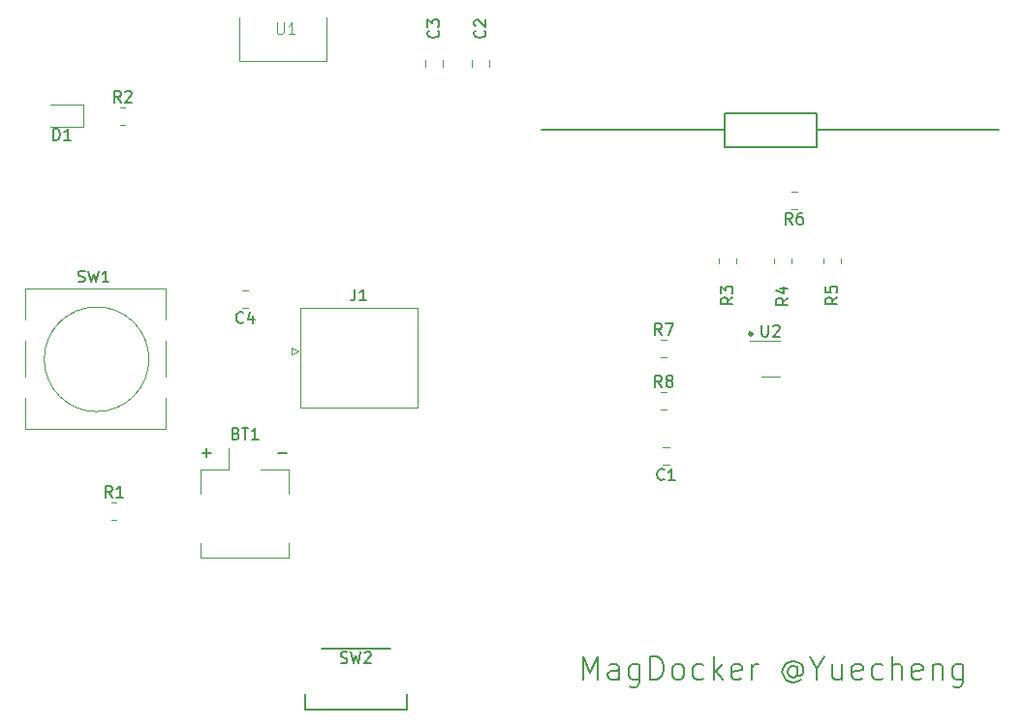
<source format=gbr>
%TF.GenerationSoftware,KiCad,Pcbnew,7.0.9*%
%TF.CreationDate,2024-02-04T13:50:24-08:00*%
%TF.ProjectId,Sensing Device,53656e73-696e-4672-9044-65766963652e,rev?*%
%TF.SameCoordinates,Original*%
%TF.FileFunction,Legend,Top*%
%TF.FilePolarity,Positive*%
%FSLAX46Y46*%
G04 Gerber Fmt 4.6, Leading zero omitted, Abs format (unit mm)*
G04 Created by KiCad (PCBNEW 7.0.9) date 2024-02-04 13:50:24*
%MOMM*%
%LPD*%
G01*
G04 APERTURE LIST*
%ADD10C,0.150000*%
%ADD11C,0.300000*%
%ADD12C,0.100000*%
%ADD13C,0.120000*%
%ADD14C,0.152400*%
G04 APERTURE END LIST*
D10*
X110000000Y-50000000D02*
X126000000Y-50000000D01*
D11*
X128370000Y-67818000D02*
G75*
G03*
X128370000Y-67818000I-100000J0D01*
G01*
D10*
X126000000Y-48500000D02*
X134000000Y-48500000D01*
X134000000Y-51500000D01*
X126000000Y-51500000D01*
X126000000Y-48500000D01*
X134000000Y-50000000D02*
X150000000Y-50000000D01*
X86950779Y-78228866D02*
X87712684Y-78228866D01*
X80346779Y-78228866D02*
X81108684Y-78228866D01*
X80727731Y-78609819D02*
X80727731Y-77847914D01*
X113604874Y-98045438D02*
X113604874Y-96045438D01*
X113604874Y-96045438D02*
X114271541Y-97474009D01*
X114271541Y-97474009D02*
X114938207Y-96045438D01*
X114938207Y-96045438D02*
X114938207Y-98045438D01*
X116747731Y-98045438D02*
X116747731Y-96997819D01*
X116747731Y-96997819D02*
X116652493Y-96807342D01*
X116652493Y-96807342D02*
X116462017Y-96712104D01*
X116462017Y-96712104D02*
X116081064Y-96712104D01*
X116081064Y-96712104D02*
X115890588Y-96807342D01*
X116747731Y-97950200D02*
X116557255Y-98045438D01*
X116557255Y-98045438D02*
X116081064Y-98045438D01*
X116081064Y-98045438D02*
X115890588Y-97950200D01*
X115890588Y-97950200D02*
X115795350Y-97759723D01*
X115795350Y-97759723D02*
X115795350Y-97569247D01*
X115795350Y-97569247D02*
X115890588Y-97378771D01*
X115890588Y-97378771D02*
X116081064Y-97283533D01*
X116081064Y-97283533D02*
X116557255Y-97283533D01*
X116557255Y-97283533D02*
X116747731Y-97188295D01*
X118557255Y-96712104D02*
X118557255Y-98331152D01*
X118557255Y-98331152D02*
X118462017Y-98521628D01*
X118462017Y-98521628D02*
X118366779Y-98616866D01*
X118366779Y-98616866D02*
X118176302Y-98712104D01*
X118176302Y-98712104D02*
X117890588Y-98712104D01*
X117890588Y-98712104D02*
X117700112Y-98616866D01*
X118557255Y-97950200D02*
X118366779Y-98045438D01*
X118366779Y-98045438D02*
X117985826Y-98045438D01*
X117985826Y-98045438D02*
X117795350Y-97950200D01*
X117795350Y-97950200D02*
X117700112Y-97854961D01*
X117700112Y-97854961D02*
X117604874Y-97664485D01*
X117604874Y-97664485D02*
X117604874Y-97093057D01*
X117604874Y-97093057D02*
X117700112Y-96902580D01*
X117700112Y-96902580D02*
X117795350Y-96807342D01*
X117795350Y-96807342D02*
X117985826Y-96712104D01*
X117985826Y-96712104D02*
X118366779Y-96712104D01*
X118366779Y-96712104D02*
X118557255Y-96807342D01*
X119509636Y-98045438D02*
X119509636Y-96045438D01*
X119509636Y-96045438D02*
X119985826Y-96045438D01*
X119985826Y-96045438D02*
X120271541Y-96140676D01*
X120271541Y-96140676D02*
X120462017Y-96331152D01*
X120462017Y-96331152D02*
X120557255Y-96521628D01*
X120557255Y-96521628D02*
X120652493Y-96902580D01*
X120652493Y-96902580D02*
X120652493Y-97188295D01*
X120652493Y-97188295D02*
X120557255Y-97569247D01*
X120557255Y-97569247D02*
X120462017Y-97759723D01*
X120462017Y-97759723D02*
X120271541Y-97950200D01*
X120271541Y-97950200D02*
X119985826Y-98045438D01*
X119985826Y-98045438D02*
X119509636Y-98045438D01*
X121795350Y-98045438D02*
X121604874Y-97950200D01*
X121604874Y-97950200D02*
X121509636Y-97854961D01*
X121509636Y-97854961D02*
X121414398Y-97664485D01*
X121414398Y-97664485D02*
X121414398Y-97093057D01*
X121414398Y-97093057D02*
X121509636Y-96902580D01*
X121509636Y-96902580D02*
X121604874Y-96807342D01*
X121604874Y-96807342D02*
X121795350Y-96712104D01*
X121795350Y-96712104D02*
X122081065Y-96712104D01*
X122081065Y-96712104D02*
X122271541Y-96807342D01*
X122271541Y-96807342D02*
X122366779Y-96902580D01*
X122366779Y-96902580D02*
X122462017Y-97093057D01*
X122462017Y-97093057D02*
X122462017Y-97664485D01*
X122462017Y-97664485D02*
X122366779Y-97854961D01*
X122366779Y-97854961D02*
X122271541Y-97950200D01*
X122271541Y-97950200D02*
X122081065Y-98045438D01*
X122081065Y-98045438D02*
X121795350Y-98045438D01*
X124176303Y-97950200D02*
X123985827Y-98045438D01*
X123985827Y-98045438D02*
X123604874Y-98045438D01*
X123604874Y-98045438D02*
X123414398Y-97950200D01*
X123414398Y-97950200D02*
X123319160Y-97854961D01*
X123319160Y-97854961D02*
X123223922Y-97664485D01*
X123223922Y-97664485D02*
X123223922Y-97093057D01*
X123223922Y-97093057D02*
X123319160Y-96902580D01*
X123319160Y-96902580D02*
X123414398Y-96807342D01*
X123414398Y-96807342D02*
X123604874Y-96712104D01*
X123604874Y-96712104D02*
X123985827Y-96712104D01*
X123985827Y-96712104D02*
X124176303Y-96807342D01*
X125033446Y-98045438D02*
X125033446Y-96045438D01*
X125223922Y-97283533D02*
X125795351Y-98045438D01*
X125795351Y-96712104D02*
X125033446Y-97474009D01*
X127414399Y-97950200D02*
X127223923Y-98045438D01*
X127223923Y-98045438D02*
X126842970Y-98045438D01*
X126842970Y-98045438D02*
X126652494Y-97950200D01*
X126652494Y-97950200D02*
X126557256Y-97759723D01*
X126557256Y-97759723D02*
X126557256Y-96997819D01*
X126557256Y-96997819D02*
X126652494Y-96807342D01*
X126652494Y-96807342D02*
X126842970Y-96712104D01*
X126842970Y-96712104D02*
X127223923Y-96712104D01*
X127223923Y-96712104D02*
X127414399Y-96807342D01*
X127414399Y-96807342D02*
X127509637Y-96997819D01*
X127509637Y-96997819D02*
X127509637Y-97188295D01*
X127509637Y-97188295D02*
X126557256Y-97378771D01*
X128366780Y-98045438D02*
X128366780Y-96712104D01*
X128366780Y-97093057D02*
X128462018Y-96902580D01*
X128462018Y-96902580D02*
X128557256Y-96807342D01*
X128557256Y-96807342D02*
X128747732Y-96712104D01*
X128747732Y-96712104D02*
X128938209Y-96712104D01*
X132366780Y-97093057D02*
X132271542Y-96997819D01*
X132271542Y-96997819D02*
X132081066Y-96902580D01*
X132081066Y-96902580D02*
X131890590Y-96902580D01*
X131890590Y-96902580D02*
X131700114Y-96997819D01*
X131700114Y-96997819D02*
X131604875Y-97093057D01*
X131604875Y-97093057D02*
X131509637Y-97283533D01*
X131509637Y-97283533D02*
X131509637Y-97474009D01*
X131509637Y-97474009D02*
X131604875Y-97664485D01*
X131604875Y-97664485D02*
X131700114Y-97759723D01*
X131700114Y-97759723D02*
X131890590Y-97854961D01*
X131890590Y-97854961D02*
X132081066Y-97854961D01*
X132081066Y-97854961D02*
X132271542Y-97759723D01*
X132271542Y-97759723D02*
X132366780Y-97664485D01*
X132366780Y-96902580D02*
X132366780Y-97664485D01*
X132366780Y-97664485D02*
X132462018Y-97759723D01*
X132462018Y-97759723D02*
X132557256Y-97759723D01*
X132557256Y-97759723D02*
X132747733Y-97664485D01*
X132747733Y-97664485D02*
X132842971Y-97474009D01*
X132842971Y-97474009D02*
X132842971Y-96997819D01*
X132842971Y-96997819D02*
X132652495Y-96712104D01*
X132652495Y-96712104D02*
X132366780Y-96521628D01*
X132366780Y-96521628D02*
X131985828Y-96426390D01*
X131985828Y-96426390D02*
X131604875Y-96521628D01*
X131604875Y-96521628D02*
X131319161Y-96712104D01*
X131319161Y-96712104D02*
X131128685Y-96997819D01*
X131128685Y-96997819D02*
X131033447Y-97378771D01*
X131033447Y-97378771D02*
X131128685Y-97759723D01*
X131128685Y-97759723D02*
X131319161Y-98045438D01*
X131319161Y-98045438D02*
X131604875Y-98235914D01*
X131604875Y-98235914D02*
X131985828Y-98331152D01*
X131985828Y-98331152D02*
X132366780Y-98235914D01*
X132366780Y-98235914D02*
X132652495Y-98045438D01*
X134081066Y-97093057D02*
X134081066Y-98045438D01*
X133414400Y-96045438D02*
X134081066Y-97093057D01*
X134081066Y-97093057D02*
X134747733Y-96045438D01*
X136271543Y-96712104D02*
X136271543Y-98045438D01*
X135414400Y-96712104D02*
X135414400Y-97759723D01*
X135414400Y-97759723D02*
X135509638Y-97950200D01*
X135509638Y-97950200D02*
X135700114Y-98045438D01*
X135700114Y-98045438D02*
X135985829Y-98045438D01*
X135985829Y-98045438D02*
X136176305Y-97950200D01*
X136176305Y-97950200D02*
X136271543Y-97854961D01*
X137985829Y-97950200D02*
X137795353Y-98045438D01*
X137795353Y-98045438D02*
X137414400Y-98045438D01*
X137414400Y-98045438D02*
X137223924Y-97950200D01*
X137223924Y-97950200D02*
X137128686Y-97759723D01*
X137128686Y-97759723D02*
X137128686Y-96997819D01*
X137128686Y-96997819D02*
X137223924Y-96807342D01*
X137223924Y-96807342D02*
X137414400Y-96712104D01*
X137414400Y-96712104D02*
X137795353Y-96712104D01*
X137795353Y-96712104D02*
X137985829Y-96807342D01*
X137985829Y-96807342D02*
X138081067Y-96997819D01*
X138081067Y-96997819D02*
X138081067Y-97188295D01*
X138081067Y-97188295D02*
X137128686Y-97378771D01*
X139795353Y-97950200D02*
X139604877Y-98045438D01*
X139604877Y-98045438D02*
X139223924Y-98045438D01*
X139223924Y-98045438D02*
X139033448Y-97950200D01*
X139033448Y-97950200D02*
X138938210Y-97854961D01*
X138938210Y-97854961D02*
X138842972Y-97664485D01*
X138842972Y-97664485D02*
X138842972Y-97093057D01*
X138842972Y-97093057D02*
X138938210Y-96902580D01*
X138938210Y-96902580D02*
X139033448Y-96807342D01*
X139033448Y-96807342D02*
X139223924Y-96712104D01*
X139223924Y-96712104D02*
X139604877Y-96712104D01*
X139604877Y-96712104D02*
X139795353Y-96807342D01*
X140652496Y-98045438D02*
X140652496Y-96045438D01*
X141509639Y-98045438D02*
X141509639Y-96997819D01*
X141509639Y-96997819D02*
X141414401Y-96807342D01*
X141414401Y-96807342D02*
X141223925Y-96712104D01*
X141223925Y-96712104D02*
X140938210Y-96712104D01*
X140938210Y-96712104D02*
X140747734Y-96807342D01*
X140747734Y-96807342D02*
X140652496Y-96902580D01*
X143223925Y-97950200D02*
X143033449Y-98045438D01*
X143033449Y-98045438D02*
X142652496Y-98045438D01*
X142652496Y-98045438D02*
X142462020Y-97950200D01*
X142462020Y-97950200D02*
X142366782Y-97759723D01*
X142366782Y-97759723D02*
X142366782Y-96997819D01*
X142366782Y-96997819D02*
X142462020Y-96807342D01*
X142462020Y-96807342D02*
X142652496Y-96712104D01*
X142652496Y-96712104D02*
X143033449Y-96712104D01*
X143033449Y-96712104D02*
X143223925Y-96807342D01*
X143223925Y-96807342D02*
X143319163Y-96997819D01*
X143319163Y-96997819D02*
X143319163Y-97188295D01*
X143319163Y-97188295D02*
X142366782Y-97378771D01*
X144176306Y-96712104D02*
X144176306Y-98045438D01*
X144176306Y-96902580D02*
X144271544Y-96807342D01*
X144271544Y-96807342D02*
X144462020Y-96712104D01*
X144462020Y-96712104D02*
X144747735Y-96712104D01*
X144747735Y-96712104D02*
X144938211Y-96807342D01*
X144938211Y-96807342D02*
X145033449Y-96997819D01*
X145033449Y-96997819D02*
X145033449Y-98045438D01*
X146842973Y-96712104D02*
X146842973Y-98331152D01*
X146842973Y-98331152D02*
X146747735Y-98521628D01*
X146747735Y-98521628D02*
X146652497Y-98616866D01*
X146652497Y-98616866D02*
X146462020Y-98712104D01*
X146462020Y-98712104D02*
X146176306Y-98712104D01*
X146176306Y-98712104D02*
X145985830Y-98616866D01*
X146842973Y-97950200D02*
X146652497Y-98045438D01*
X146652497Y-98045438D02*
X146271544Y-98045438D01*
X146271544Y-98045438D02*
X146081068Y-97950200D01*
X146081068Y-97950200D02*
X145985830Y-97854961D01*
X145985830Y-97854961D02*
X145890592Y-97664485D01*
X145890592Y-97664485D02*
X145890592Y-97093057D01*
X145890592Y-97093057D02*
X145985830Y-96902580D01*
X145985830Y-96902580D02*
X146081068Y-96807342D01*
X146081068Y-96807342D02*
X146271544Y-96712104D01*
X146271544Y-96712104D02*
X146652497Y-96712104D01*
X146652497Y-96712104D02*
X146842973Y-96807342D01*
D12*
X86868095Y-40605419D02*
X86868095Y-41414942D01*
X86868095Y-41414942D02*
X86915714Y-41510180D01*
X86915714Y-41510180D02*
X86963333Y-41557800D01*
X86963333Y-41557800D02*
X87058571Y-41605419D01*
X87058571Y-41605419D02*
X87249047Y-41605419D01*
X87249047Y-41605419D02*
X87344285Y-41557800D01*
X87344285Y-41557800D02*
X87391904Y-41510180D01*
X87391904Y-41510180D02*
X87439523Y-41414942D01*
X87439523Y-41414942D02*
X87439523Y-40605419D01*
X88439523Y-41605419D02*
X87868095Y-41605419D01*
X88153809Y-41605419D02*
X88153809Y-40605419D01*
X88153809Y-40605419D02*
X88058571Y-40748276D01*
X88058571Y-40748276D02*
X87963333Y-40843514D01*
X87963333Y-40843514D02*
X87868095Y-40891133D01*
D10*
X93686666Y-63896819D02*
X93686666Y-64611104D01*
X93686666Y-64611104D02*
X93639047Y-64753961D01*
X93639047Y-64753961D02*
X93543809Y-64849200D01*
X93543809Y-64849200D02*
X93400952Y-64896819D01*
X93400952Y-64896819D02*
X93305714Y-64896819D01*
X94686666Y-64896819D02*
X94115238Y-64896819D01*
X94400952Y-64896819D02*
X94400952Y-63896819D01*
X94400952Y-63896819D02*
X94305714Y-64039676D01*
X94305714Y-64039676D02*
X94210476Y-64134914D01*
X94210476Y-64134914D02*
X94115238Y-64182533D01*
X129238095Y-67054819D02*
X129238095Y-67864342D01*
X129238095Y-67864342D02*
X129285714Y-67959580D01*
X129285714Y-67959580D02*
X129333333Y-68007200D01*
X129333333Y-68007200D02*
X129428571Y-68054819D01*
X129428571Y-68054819D02*
X129619047Y-68054819D01*
X129619047Y-68054819D02*
X129714285Y-68007200D01*
X129714285Y-68007200D02*
X129761904Y-67959580D01*
X129761904Y-67959580D02*
X129809523Y-67864342D01*
X129809523Y-67864342D02*
X129809523Y-67054819D01*
X130238095Y-67150057D02*
X130285714Y-67102438D01*
X130285714Y-67102438D02*
X130380952Y-67054819D01*
X130380952Y-67054819D02*
X130619047Y-67054819D01*
X130619047Y-67054819D02*
X130714285Y-67102438D01*
X130714285Y-67102438D02*
X130761904Y-67150057D01*
X130761904Y-67150057D02*
X130809523Y-67245295D01*
X130809523Y-67245295D02*
X130809523Y-67340533D01*
X130809523Y-67340533D02*
X130761904Y-67483390D01*
X130761904Y-67483390D02*
X130190476Y-68054819D01*
X130190476Y-68054819D02*
X130809523Y-68054819D01*
X69506667Y-63247200D02*
X69649524Y-63294819D01*
X69649524Y-63294819D02*
X69887619Y-63294819D01*
X69887619Y-63294819D02*
X69982857Y-63247200D01*
X69982857Y-63247200D02*
X70030476Y-63199580D01*
X70030476Y-63199580D02*
X70078095Y-63104342D01*
X70078095Y-63104342D02*
X70078095Y-63009104D01*
X70078095Y-63009104D02*
X70030476Y-62913866D01*
X70030476Y-62913866D02*
X69982857Y-62866247D01*
X69982857Y-62866247D02*
X69887619Y-62818628D01*
X69887619Y-62818628D02*
X69697143Y-62771009D01*
X69697143Y-62771009D02*
X69601905Y-62723390D01*
X69601905Y-62723390D02*
X69554286Y-62675771D01*
X69554286Y-62675771D02*
X69506667Y-62580533D01*
X69506667Y-62580533D02*
X69506667Y-62485295D01*
X69506667Y-62485295D02*
X69554286Y-62390057D01*
X69554286Y-62390057D02*
X69601905Y-62342438D01*
X69601905Y-62342438D02*
X69697143Y-62294819D01*
X69697143Y-62294819D02*
X69935238Y-62294819D01*
X69935238Y-62294819D02*
X70078095Y-62342438D01*
X70411429Y-62294819D02*
X70649524Y-63294819D01*
X70649524Y-63294819D02*
X70840000Y-62580533D01*
X70840000Y-62580533D02*
X71030476Y-63294819D01*
X71030476Y-63294819D02*
X71268572Y-62294819D01*
X72173333Y-63294819D02*
X71601905Y-63294819D01*
X71887619Y-63294819D02*
X71887619Y-62294819D01*
X71887619Y-62294819D02*
X71792381Y-62437676D01*
X71792381Y-62437676D02*
X71697143Y-62532914D01*
X71697143Y-62532914D02*
X71601905Y-62580533D01*
X83928833Y-66809580D02*
X83881214Y-66857200D01*
X83881214Y-66857200D02*
X83738357Y-66904819D01*
X83738357Y-66904819D02*
X83643119Y-66904819D01*
X83643119Y-66904819D02*
X83500262Y-66857200D01*
X83500262Y-66857200D02*
X83405024Y-66761961D01*
X83405024Y-66761961D02*
X83357405Y-66666723D01*
X83357405Y-66666723D02*
X83309786Y-66476247D01*
X83309786Y-66476247D02*
X83309786Y-66333390D01*
X83309786Y-66333390D02*
X83357405Y-66142914D01*
X83357405Y-66142914D02*
X83405024Y-66047676D01*
X83405024Y-66047676D02*
X83500262Y-65952438D01*
X83500262Y-65952438D02*
X83643119Y-65904819D01*
X83643119Y-65904819D02*
X83738357Y-65904819D01*
X83738357Y-65904819D02*
X83881214Y-65952438D01*
X83881214Y-65952438D02*
X83928833Y-66000057D01*
X84785976Y-66238152D02*
X84785976Y-66904819D01*
X84547881Y-65857200D02*
X84309786Y-66571485D01*
X84309786Y-66571485D02*
X84928833Y-66571485D01*
X120499333Y-67892819D02*
X120166000Y-67416628D01*
X119927905Y-67892819D02*
X119927905Y-66892819D01*
X119927905Y-66892819D02*
X120308857Y-66892819D01*
X120308857Y-66892819D02*
X120404095Y-66940438D01*
X120404095Y-66940438D02*
X120451714Y-66988057D01*
X120451714Y-66988057D02*
X120499333Y-67083295D01*
X120499333Y-67083295D02*
X120499333Y-67226152D01*
X120499333Y-67226152D02*
X120451714Y-67321390D01*
X120451714Y-67321390D02*
X120404095Y-67369009D01*
X120404095Y-67369009D02*
X120308857Y-67416628D01*
X120308857Y-67416628D02*
X119927905Y-67416628D01*
X120832667Y-66892819D02*
X121499333Y-66892819D01*
X121499333Y-66892819D02*
X121070762Y-67892819D01*
X135836819Y-64614066D02*
X135360628Y-64947399D01*
X135836819Y-65185494D02*
X134836819Y-65185494D01*
X134836819Y-65185494D02*
X134836819Y-64804542D01*
X134836819Y-64804542D02*
X134884438Y-64709304D01*
X134884438Y-64709304D02*
X134932057Y-64661685D01*
X134932057Y-64661685D02*
X135027295Y-64614066D01*
X135027295Y-64614066D02*
X135170152Y-64614066D01*
X135170152Y-64614066D02*
X135265390Y-64661685D01*
X135265390Y-64661685D02*
X135313009Y-64709304D01*
X135313009Y-64709304D02*
X135360628Y-64804542D01*
X135360628Y-64804542D02*
X135360628Y-65185494D01*
X134836819Y-63709304D02*
X134836819Y-64185494D01*
X134836819Y-64185494D02*
X135313009Y-64233113D01*
X135313009Y-64233113D02*
X135265390Y-64185494D01*
X135265390Y-64185494D02*
X135217771Y-64090256D01*
X135217771Y-64090256D02*
X135217771Y-63852161D01*
X135217771Y-63852161D02*
X135265390Y-63756923D01*
X135265390Y-63756923D02*
X135313009Y-63709304D01*
X135313009Y-63709304D02*
X135408247Y-63661685D01*
X135408247Y-63661685D02*
X135646342Y-63661685D01*
X135646342Y-63661685D02*
X135741580Y-63709304D01*
X135741580Y-63709304D02*
X135789200Y-63756923D01*
X135789200Y-63756923D02*
X135836819Y-63852161D01*
X135836819Y-63852161D02*
X135836819Y-64090256D01*
X135836819Y-64090256D02*
X135789200Y-64185494D01*
X135789200Y-64185494D02*
X135741580Y-64233113D01*
X100943580Y-41293166D02*
X100991200Y-41340785D01*
X100991200Y-41340785D02*
X101038819Y-41483642D01*
X101038819Y-41483642D02*
X101038819Y-41578880D01*
X101038819Y-41578880D02*
X100991200Y-41721737D01*
X100991200Y-41721737D02*
X100895961Y-41816975D01*
X100895961Y-41816975D02*
X100800723Y-41864594D01*
X100800723Y-41864594D02*
X100610247Y-41912213D01*
X100610247Y-41912213D02*
X100467390Y-41912213D01*
X100467390Y-41912213D02*
X100276914Y-41864594D01*
X100276914Y-41864594D02*
X100181676Y-41816975D01*
X100181676Y-41816975D02*
X100086438Y-41721737D01*
X100086438Y-41721737D02*
X100038819Y-41578880D01*
X100038819Y-41578880D02*
X100038819Y-41483642D01*
X100038819Y-41483642D02*
X100086438Y-41340785D01*
X100086438Y-41340785D02*
X100134057Y-41293166D01*
X100038819Y-40959832D02*
X100038819Y-40340785D01*
X100038819Y-40340785D02*
X100419771Y-40674118D01*
X100419771Y-40674118D02*
X100419771Y-40531261D01*
X100419771Y-40531261D02*
X100467390Y-40436023D01*
X100467390Y-40436023D02*
X100515009Y-40388404D01*
X100515009Y-40388404D02*
X100610247Y-40340785D01*
X100610247Y-40340785D02*
X100848342Y-40340785D01*
X100848342Y-40340785D02*
X100943580Y-40388404D01*
X100943580Y-40388404D02*
X100991200Y-40436023D01*
X100991200Y-40436023D02*
X101038819Y-40531261D01*
X101038819Y-40531261D02*
X101038819Y-40816975D01*
X101038819Y-40816975D02*
X100991200Y-40912213D01*
X100991200Y-40912213D02*
X100943580Y-40959832D01*
X83288285Y-76531009D02*
X83431142Y-76578628D01*
X83431142Y-76578628D02*
X83478761Y-76626247D01*
X83478761Y-76626247D02*
X83526380Y-76721485D01*
X83526380Y-76721485D02*
X83526380Y-76864342D01*
X83526380Y-76864342D02*
X83478761Y-76959580D01*
X83478761Y-76959580D02*
X83431142Y-77007200D01*
X83431142Y-77007200D02*
X83335904Y-77054819D01*
X83335904Y-77054819D02*
X82954952Y-77054819D01*
X82954952Y-77054819D02*
X82954952Y-76054819D01*
X82954952Y-76054819D02*
X83288285Y-76054819D01*
X83288285Y-76054819D02*
X83383523Y-76102438D01*
X83383523Y-76102438D02*
X83431142Y-76150057D01*
X83431142Y-76150057D02*
X83478761Y-76245295D01*
X83478761Y-76245295D02*
X83478761Y-76340533D01*
X83478761Y-76340533D02*
X83431142Y-76435771D01*
X83431142Y-76435771D02*
X83383523Y-76483390D01*
X83383523Y-76483390D02*
X83288285Y-76531009D01*
X83288285Y-76531009D02*
X82954952Y-76531009D01*
X83812095Y-76054819D02*
X84383523Y-76054819D01*
X84097809Y-77054819D02*
X84097809Y-76054819D01*
X85240666Y-77054819D02*
X84669238Y-77054819D01*
X84954952Y-77054819D02*
X84954952Y-76054819D01*
X84954952Y-76054819D02*
X84859714Y-76197676D01*
X84859714Y-76197676D02*
X84764476Y-76292914D01*
X84764476Y-76292914D02*
X84669238Y-76340533D01*
X92430767Y-96584200D02*
X92573624Y-96631819D01*
X92573624Y-96631819D02*
X92811719Y-96631819D01*
X92811719Y-96631819D02*
X92906957Y-96584200D01*
X92906957Y-96584200D02*
X92954576Y-96536580D01*
X92954576Y-96536580D02*
X93002195Y-96441342D01*
X93002195Y-96441342D02*
X93002195Y-96346104D01*
X93002195Y-96346104D02*
X92954576Y-96250866D01*
X92954576Y-96250866D02*
X92906957Y-96203247D01*
X92906957Y-96203247D02*
X92811719Y-96155628D01*
X92811719Y-96155628D02*
X92621243Y-96108009D01*
X92621243Y-96108009D02*
X92526005Y-96060390D01*
X92526005Y-96060390D02*
X92478386Y-96012771D01*
X92478386Y-96012771D02*
X92430767Y-95917533D01*
X92430767Y-95917533D02*
X92430767Y-95822295D01*
X92430767Y-95822295D02*
X92478386Y-95727057D01*
X92478386Y-95727057D02*
X92526005Y-95679438D01*
X92526005Y-95679438D02*
X92621243Y-95631819D01*
X92621243Y-95631819D02*
X92859338Y-95631819D01*
X92859338Y-95631819D02*
X93002195Y-95679438D01*
X93335529Y-95631819D02*
X93573624Y-96631819D01*
X93573624Y-96631819D02*
X93764100Y-95917533D01*
X93764100Y-95917533D02*
X93954576Y-96631819D01*
X93954576Y-96631819D02*
X94192672Y-95631819D01*
X94526005Y-95727057D02*
X94573624Y-95679438D01*
X94573624Y-95679438D02*
X94668862Y-95631819D01*
X94668862Y-95631819D02*
X94906957Y-95631819D01*
X94906957Y-95631819D02*
X95002195Y-95679438D01*
X95002195Y-95679438D02*
X95049814Y-95727057D01*
X95049814Y-95727057D02*
X95097433Y-95822295D01*
X95097433Y-95822295D02*
X95097433Y-95917533D01*
X95097433Y-95917533D02*
X95049814Y-96060390D01*
X95049814Y-96060390D02*
X94478386Y-96631819D01*
X94478386Y-96631819D02*
X95097433Y-96631819D01*
X120499333Y-72464819D02*
X120166000Y-71988628D01*
X119927905Y-72464819D02*
X119927905Y-71464819D01*
X119927905Y-71464819D02*
X120308857Y-71464819D01*
X120308857Y-71464819D02*
X120404095Y-71512438D01*
X120404095Y-71512438D02*
X120451714Y-71560057D01*
X120451714Y-71560057D02*
X120499333Y-71655295D01*
X120499333Y-71655295D02*
X120499333Y-71798152D01*
X120499333Y-71798152D02*
X120451714Y-71893390D01*
X120451714Y-71893390D02*
X120404095Y-71941009D01*
X120404095Y-71941009D02*
X120308857Y-71988628D01*
X120308857Y-71988628D02*
X119927905Y-71988628D01*
X121070762Y-71893390D02*
X120975524Y-71845771D01*
X120975524Y-71845771D02*
X120927905Y-71798152D01*
X120927905Y-71798152D02*
X120880286Y-71702914D01*
X120880286Y-71702914D02*
X120880286Y-71655295D01*
X120880286Y-71655295D02*
X120927905Y-71560057D01*
X120927905Y-71560057D02*
X120975524Y-71512438D01*
X120975524Y-71512438D02*
X121070762Y-71464819D01*
X121070762Y-71464819D02*
X121261238Y-71464819D01*
X121261238Y-71464819D02*
X121356476Y-71512438D01*
X121356476Y-71512438D02*
X121404095Y-71560057D01*
X121404095Y-71560057D02*
X121451714Y-71655295D01*
X121451714Y-71655295D02*
X121451714Y-71702914D01*
X121451714Y-71702914D02*
X121404095Y-71798152D01*
X121404095Y-71798152D02*
X121356476Y-71845771D01*
X121356476Y-71845771D02*
X121261238Y-71893390D01*
X121261238Y-71893390D02*
X121070762Y-71893390D01*
X121070762Y-71893390D02*
X120975524Y-71941009D01*
X120975524Y-71941009D02*
X120927905Y-71988628D01*
X120927905Y-71988628D02*
X120880286Y-72083866D01*
X120880286Y-72083866D02*
X120880286Y-72274342D01*
X120880286Y-72274342D02*
X120927905Y-72369580D01*
X120927905Y-72369580D02*
X120975524Y-72417200D01*
X120975524Y-72417200D02*
X121070762Y-72464819D01*
X121070762Y-72464819D02*
X121261238Y-72464819D01*
X121261238Y-72464819D02*
X121356476Y-72417200D01*
X121356476Y-72417200D02*
X121404095Y-72369580D01*
X121404095Y-72369580D02*
X121451714Y-72274342D01*
X121451714Y-72274342D02*
X121451714Y-72083866D01*
X121451714Y-72083866D02*
X121404095Y-71988628D01*
X121404095Y-71988628D02*
X121356476Y-71941009D01*
X121356476Y-71941009D02*
X121261238Y-71893390D01*
X126692819Y-64630066D02*
X126216628Y-64963399D01*
X126692819Y-65201494D02*
X125692819Y-65201494D01*
X125692819Y-65201494D02*
X125692819Y-64820542D01*
X125692819Y-64820542D02*
X125740438Y-64725304D01*
X125740438Y-64725304D02*
X125788057Y-64677685D01*
X125788057Y-64677685D02*
X125883295Y-64630066D01*
X125883295Y-64630066D02*
X126026152Y-64630066D01*
X126026152Y-64630066D02*
X126121390Y-64677685D01*
X126121390Y-64677685D02*
X126169009Y-64725304D01*
X126169009Y-64725304D02*
X126216628Y-64820542D01*
X126216628Y-64820542D02*
X126216628Y-65201494D01*
X125692819Y-64296732D02*
X125692819Y-63677685D01*
X125692819Y-63677685D02*
X126073771Y-64011018D01*
X126073771Y-64011018D02*
X126073771Y-63868161D01*
X126073771Y-63868161D02*
X126121390Y-63772923D01*
X126121390Y-63772923D02*
X126169009Y-63725304D01*
X126169009Y-63725304D02*
X126264247Y-63677685D01*
X126264247Y-63677685D02*
X126502342Y-63677685D01*
X126502342Y-63677685D02*
X126597580Y-63725304D01*
X126597580Y-63725304D02*
X126645200Y-63772923D01*
X126645200Y-63772923D02*
X126692819Y-63868161D01*
X126692819Y-63868161D02*
X126692819Y-64153875D01*
X126692819Y-64153875D02*
X126645200Y-64249113D01*
X126645200Y-64249113D02*
X126597580Y-64296732D01*
X72461333Y-82116819D02*
X72128000Y-81640628D01*
X71889905Y-82116819D02*
X71889905Y-81116819D01*
X71889905Y-81116819D02*
X72270857Y-81116819D01*
X72270857Y-81116819D02*
X72366095Y-81164438D01*
X72366095Y-81164438D02*
X72413714Y-81212057D01*
X72413714Y-81212057D02*
X72461333Y-81307295D01*
X72461333Y-81307295D02*
X72461333Y-81450152D01*
X72461333Y-81450152D02*
X72413714Y-81545390D01*
X72413714Y-81545390D02*
X72366095Y-81593009D01*
X72366095Y-81593009D02*
X72270857Y-81640628D01*
X72270857Y-81640628D02*
X71889905Y-81640628D01*
X73413714Y-82116819D02*
X72842286Y-82116819D01*
X73128000Y-82116819D02*
X73128000Y-81116819D01*
X73128000Y-81116819D02*
X73032762Y-81259676D01*
X73032762Y-81259676D02*
X72937524Y-81354914D01*
X72937524Y-81354914D02*
X72842286Y-81402533D01*
X120715833Y-80525580D02*
X120668214Y-80573200D01*
X120668214Y-80573200D02*
X120525357Y-80620819D01*
X120525357Y-80620819D02*
X120430119Y-80620819D01*
X120430119Y-80620819D02*
X120287262Y-80573200D01*
X120287262Y-80573200D02*
X120192024Y-80477961D01*
X120192024Y-80477961D02*
X120144405Y-80382723D01*
X120144405Y-80382723D02*
X120096786Y-80192247D01*
X120096786Y-80192247D02*
X120096786Y-80049390D01*
X120096786Y-80049390D02*
X120144405Y-79858914D01*
X120144405Y-79858914D02*
X120192024Y-79763676D01*
X120192024Y-79763676D02*
X120287262Y-79668438D01*
X120287262Y-79668438D02*
X120430119Y-79620819D01*
X120430119Y-79620819D02*
X120525357Y-79620819D01*
X120525357Y-79620819D02*
X120668214Y-79668438D01*
X120668214Y-79668438D02*
X120715833Y-79716057D01*
X121668214Y-80620819D02*
X121096786Y-80620819D01*
X121382500Y-80620819D02*
X121382500Y-79620819D01*
X121382500Y-79620819D02*
X121287262Y-79763676D01*
X121287262Y-79763676D02*
X121192024Y-79858914D01*
X121192024Y-79858914D02*
X121096786Y-79906533D01*
X131913333Y-58238819D02*
X131580000Y-57762628D01*
X131341905Y-58238819D02*
X131341905Y-57238819D01*
X131341905Y-57238819D02*
X131722857Y-57238819D01*
X131722857Y-57238819D02*
X131818095Y-57286438D01*
X131818095Y-57286438D02*
X131865714Y-57334057D01*
X131865714Y-57334057D02*
X131913333Y-57429295D01*
X131913333Y-57429295D02*
X131913333Y-57572152D01*
X131913333Y-57572152D02*
X131865714Y-57667390D01*
X131865714Y-57667390D02*
X131818095Y-57715009D01*
X131818095Y-57715009D02*
X131722857Y-57762628D01*
X131722857Y-57762628D02*
X131341905Y-57762628D01*
X132770476Y-57238819D02*
X132580000Y-57238819D01*
X132580000Y-57238819D02*
X132484762Y-57286438D01*
X132484762Y-57286438D02*
X132437143Y-57334057D01*
X132437143Y-57334057D02*
X132341905Y-57476914D01*
X132341905Y-57476914D02*
X132294286Y-57667390D01*
X132294286Y-57667390D02*
X132294286Y-58048342D01*
X132294286Y-58048342D02*
X132341905Y-58143580D01*
X132341905Y-58143580D02*
X132389524Y-58191200D01*
X132389524Y-58191200D02*
X132484762Y-58238819D01*
X132484762Y-58238819D02*
X132675238Y-58238819D01*
X132675238Y-58238819D02*
X132770476Y-58191200D01*
X132770476Y-58191200D02*
X132818095Y-58143580D01*
X132818095Y-58143580D02*
X132865714Y-58048342D01*
X132865714Y-58048342D02*
X132865714Y-57810247D01*
X132865714Y-57810247D02*
X132818095Y-57715009D01*
X132818095Y-57715009D02*
X132770476Y-57667390D01*
X132770476Y-57667390D02*
X132675238Y-57619771D01*
X132675238Y-57619771D02*
X132484762Y-57619771D01*
X132484762Y-57619771D02*
X132389524Y-57667390D01*
X132389524Y-57667390D02*
X132341905Y-57715009D01*
X132341905Y-57715009D02*
X132294286Y-57810247D01*
X73223333Y-47572819D02*
X72890000Y-47096628D01*
X72651905Y-47572819D02*
X72651905Y-46572819D01*
X72651905Y-46572819D02*
X73032857Y-46572819D01*
X73032857Y-46572819D02*
X73128095Y-46620438D01*
X73128095Y-46620438D02*
X73175714Y-46668057D01*
X73175714Y-46668057D02*
X73223333Y-46763295D01*
X73223333Y-46763295D02*
X73223333Y-46906152D01*
X73223333Y-46906152D02*
X73175714Y-47001390D01*
X73175714Y-47001390D02*
X73128095Y-47049009D01*
X73128095Y-47049009D02*
X73032857Y-47096628D01*
X73032857Y-47096628D02*
X72651905Y-47096628D01*
X73604286Y-46668057D02*
X73651905Y-46620438D01*
X73651905Y-46620438D02*
X73747143Y-46572819D01*
X73747143Y-46572819D02*
X73985238Y-46572819D01*
X73985238Y-46572819D02*
X74080476Y-46620438D01*
X74080476Y-46620438D02*
X74128095Y-46668057D01*
X74128095Y-46668057D02*
X74175714Y-46763295D01*
X74175714Y-46763295D02*
X74175714Y-46858533D01*
X74175714Y-46858533D02*
X74128095Y-47001390D01*
X74128095Y-47001390D02*
X73556667Y-47572819D01*
X73556667Y-47572819D02*
X74175714Y-47572819D01*
X131518819Y-64682666D02*
X131042628Y-65015999D01*
X131518819Y-65254094D02*
X130518819Y-65254094D01*
X130518819Y-65254094D02*
X130518819Y-64873142D01*
X130518819Y-64873142D02*
X130566438Y-64777904D01*
X130566438Y-64777904D02*
X130614057Y-64730285D01*
X130614057Y-64730285D02*
X130709295Y-64682666D01*
X130709295Y-64682666D02*
X130852152Y-64682666D01*
X130852152Y-64682666D02*
X130947390Y-64730285D01*
X130947390Y-64730285D02*
X130995009Y-64777904D01*
X130995009Y-64777904D02*
X131042628Y-64873142D01*
X131042628Y-64873142D02*
X131042628Y-65254094D01*
X130852152Y-63825523D02*
X131518819Y-63825523D01*
X130471200Y-64063618D02*
X131185485Y-64301713D01*
X131185485Y-64301713D02*
X131185485Y-63682666D01*
X67333905Y-50872819D02*
X67333905Y-49872819D01*
X67333905Y-49872819D02*
X67572000Y-49872819D01*
X67572000Y-49872819D02*
X67714857Y-49920438D01*
X67714857Y-49920438D02*
X67810095Y-50015676D01*
X67810095Y-50015676D02*
X67857714Y-50110914D01*
X67857714Y-50110914D02*
X67905333Y-50301390D01*
X67905333Y-50301390D02*
X67905333Y-50444247D01*
X67905333Y-50444247D02*
X67857714Y-50634723D01*
X67857714Y-50634723D02*
X67810095Y-50729961D01*
X67810095Y-50729961D02*
X67714857Y-50825200D01*
X67714857Y-50825200D02*
X67572000Y-50872819D01*
X67572000Y-50872819D02*
X67333905Y-50872819D01*
X68857714Y-50872819D02*
X68286286Y-50872819D01*
X68572000Y-50872819D02*
X68572000Y-49872819D01*
X68572000Y-49872819D02*
X68476762Y-50015676D01*
X68476762Y-50015676D02*
X68381524Y-50110914D01*
X68381524Y-50110914D02*
X68286286Y-50158533D01*
X105007580Y-41293166D02*
X105055200Y-41340785D01*
X105055200Y-41340785D02*
X105102819Y-41483642D01*
X105102819Y-41483642D02*
X105102819Y-41578880D01*
X105102819Y-41578880D02*
X105055200Y-41721737D01*
X105055200Y-41721737D02*
X104959961Y-41816975D01*
X104959961Y-41816975D02*
X104864723Y-41864594D01*
X104864723Y-41864594D02*
X104674247Y-41912213D01*
X104674247Y-41912213D02*
X104531390Y-41912213D01*
X104531390Y-41912213D02*
X104340914Y-41864594D01*
X104340914Y-41864594D02*
X104245676Y-41816975D01*
X104245676Y-41816975D02*
X104150438Y-41721737D01*
X104150438Y-41721737D02*
X104102819Y-41578880D01*
X104102819Y-41578880D02*
X104102819Y-41483642D01*
X104102819Y-41483642D02*
X104150438Y-41340785D01*
X104150438Y-41340785D02*
X104198057Y-41293166D01*
X104198057Y-40912213D02*
X104150438Y-40864594D01*
X104150438Y-40864594D02*
X104102819Y-40769356D01*
X104102819Y-40769356D02*
X104102819Y-40531261D01*
X104102819Y-40531261D02*
X104150438Y-40436023D01*
X104150438Y-40436023D02*
X104198057Y-40388404D01*
X104198057Y-40388404D02*
X104293295Y-40340785D01*
X104293295Y-40340785D02*
X104388533Y-40340785D01*
X104388533Y-40340785D02*
X104531390Y-40388404D01*
X104531390Y-40388404D02*
X105102819Y-40959832D01*
X105102819Y-40959832D02*
X105102819Y-40340785D01*
D12*
%TO.C,U1*%
X83566000Y-40132000D02*
X83566000Y-43942000D01*
X83566000Y-43942000D02*
X91186000Y-43942000D01*
X91186000Y-43942000D02*
X91186000Y-40132000D01*
D13*
%TO.C,J1*%
X88110000Y-69042000D02*
X88710000Y-69342000D01*
X88110000Y-69642000D02*
X88110000Y-69042000D01*
X88710000Y-69342000D02*
X88110000Y-69642000D01*
X88910000Y-65532000D02*
X88910000Y-74252000D01*
X88910000Y-74252000D02*
X99130000Y-74252000D01*
X99130000Y-65532000D02*
X88910000Y-65532000D01*
X99130000Y-74252000D02*
X99130000Y-65532000D01*
%TO.C,U2*%
X130000000Y-68440000D02*
X128200000Y-68440000D01*
X130000000Y-68440000D02*
X130800000Y-68440000D01*
X130000000Y-71560000D02*
X129200000Y-71560000D01*
X130000000Y-71560000D02*
X130800000Y-71560000D01*
%TO.C,SW1*%
X64860000Y-63850000D02*
X77160000Y-63850000D01*
X64860000Y-66570000D02*
X64860000Y-63850000D01*
X64860000Y-71570000D02*
X64860000Y-68430000D01*
X64860000Y-76150000D02*
X64860000Y-73430000D01*
X77160000Y-63850000D02*
X77160000Y-66570000D01*
X77160000Y-68430000D02*
X77160000Y-71570000D01*
X77160000Y-73430000D02*
X77160000Y-76150000D01*
X77160000Y-76150000D02*
X64860000Y-76150000D01*
X75689050Y-70040000D02*
G75*
G03*
X75689050Y-70040000I-4579050J0D01*
G01*
%TO.C,C4*%
X84356752Y-65505000D02*
X83834248Y-65505000D01*
X84356752Y-64035000D02*
X83834248Y-64035000D01*
%TO.C,R7*%
X120438936Y-68353000D02*
X120893064Y-68353000D01*
X120438936Y-69823000D02*
X120893064Y-69823000D01*
%TO.C,R5*%
X134647000Y-61642464D02*
X134647000Y-61188336D01*
X136117000Y-61642464D02*
X136117000Y-61188336D01*
%TO.C,C3*%
X99849000Y-44435752D02*
X99849000Y-43913248D01*
X101319000Y-44435752D02*
X101319000Y-43913248D01*
%TO.C,BT1*%
X80214000Y-79685000D02*
X82664000Y-79685000D01*
X80214000Y-81785000D02*
X80214000Y-79685000D01*
X80214000Y-86105000D02*
X80214000Y-87405000D01*
X80214000Y-87405000D02*
X87934000Y-87405000D01*
X82664000Y-79685000D02*
X82664000Y-77795000D01*
X87934000Y-79685000D02*
X85484000Y-79685000D01*
X87934000Y-81785000D02*
X87934000Y-79685000D01*
X87934000Y-87405000D02*
X87934000Y-86105000D01*
D14*
%TO.C,SW2*%
X89331800Y-99338593D02*
X89331800Y-100698200D01*
X89331800Y-100698200D02*
X98196400Y-100698200D01*
X92369350Y-95389600D02*
X90741354Y-95389600D01*
X94369351Y-95389600D02*
X92369350Y-95389600D01*
X96369352Y-95389600D02*
X94369351Y-95389600D01*
X96786847Y-95389600D02*
X96369352Y-95389600D01*
X98196400Y-100698200D02*
X98196400Y-99338593D01*
D13*
%TO.C,R8*%
X120438936Y-72925000D02*
X120893064Y-72925000D01*
X120438936Y-74395000D02*
X120893064Y-74395000D01*
%TO.C,R3*%
X126973000Y-61188336D02*
X126973000Y-61642464D01*
X125503000Y-61188336D02*
X125503000Y-61642464D01*
%TO.C,R1*%
X72400936Y-82577000D02*
X72855064Y-82577000D01*
X72400936Y-84047000D02*
X72855064Y-84047000D01*
%TO.C,C1*%
X121143752Y-79221000D02*
X120621248Y-79221000D01*
X121143752Y-77751000D02*
X120621248Y-77751000D01*
%TO.C,R6*%
X132307064Y-56869000D02*
X131852936Y-56869000D01*
X132307064Y-55399000D02*
X131852936Y-55399000D01*
%TO.C,R2*%
X73162936Y-48033000D02*
X73617064Y-48033000D01*
X73162936Y-49503000D02*
X73617064Y-49503000D01*
%TO.C,R4*%
X130329000Y-61642464D02*
X130329000Y-61188336D01*
X131799000Y-61642464D02*
X131799000Y-61188336D01*
%TO.C,D1*%
X69932000Y-49728000D02*
X69932000Y-47808000D01*
X69932000Y-47808000D02*
X67072000Y-47808000D01*
X67072000Y-49728000D02*
X69932000Y-49728000D01*
%TO.C,C2*%
X103913000Y-44435752D02*
X103913000Y-43913248D01*
X105383000Y-44435752D02*
X105383000Y-43913248D01*
%TD*%
M02*

</source>
